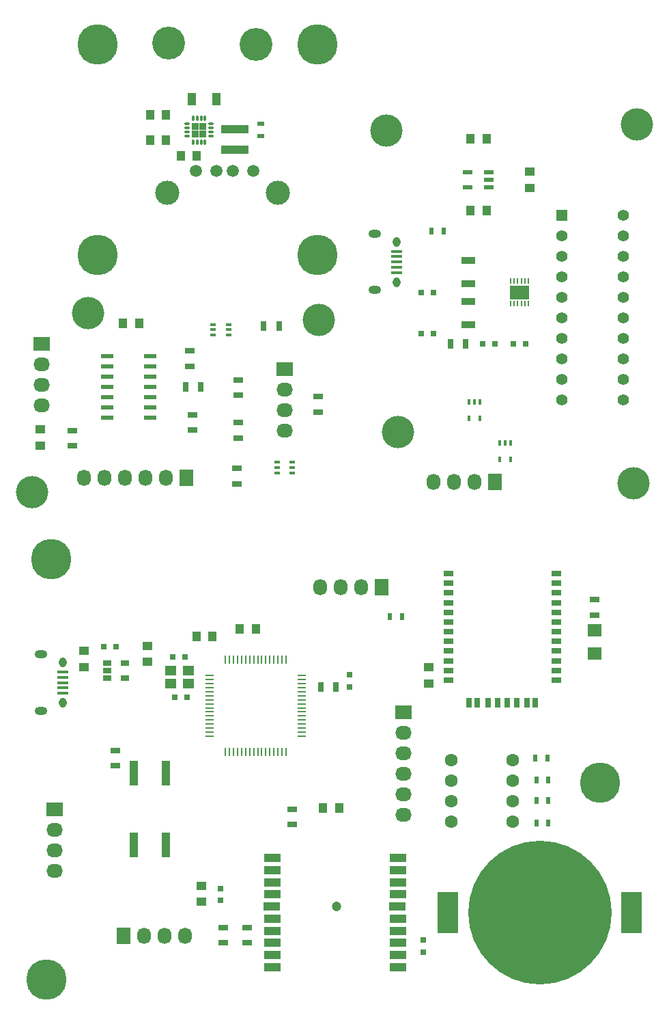
<source format=gbr>
G04 #@! TF.FileFunction,Soldermask,Top*
%FSLAX46Y46*%
G04 Gerber Fmt 4.6, Leading zero omitted, Abs format (unit mm)*
G04 Created by KiCad (PCBNEW (2015-07-31 BZR 6030)-product) date Fri Sep 11 13:46:34 2015*
%MOMM*%
G01*
G04 APERTURE LIST*
%ADD10C,0.100000*%
%ADD11C,4.000000*%
%ADD12R,1.250000X1.000000*%
%ADD13R,1.000000X1.250000*%
%ADD14R,1.500000X0.600000*%
%ADD15R,1.727200X2.032000*%
%ADD16O,1.727200X2.032000*%
%ADD17R,2.032000X1.727200*%
%ADD18O,2.032000X1.727200*%
%ADD19R,0.800000X0.400000*%
%ADD20R,1.300000X0.700000*%
%ADD21R,0.700000X1.300000*%
%ADD22C,5.000000*%
%ADD23R,2.500000X5.100000*%
%ADD24C,17.800000*%
%ADD25R,0.800000X0.750000*%
%ADD26R,0.750000X0.800000*%
%ADD27R,1.350000X0.400000*%
%ADD28O,0.950000X1.250000*%
%ADD29O,1.550000X1.000000*%
%ADD30R,1.800860X1.597660*%
%ADD31R,0.500000X0.900000*%
%ADD32C,1.600000*%
%ADD33R,1.000000X3.100000*%
%ADD34R,1.060000X0.650000*%
%ADD35R,1.000000X0.250000*%
%ADD36R,0.250000X1.000000*%
%ADD37R,0.800000X1.300000*%
%ADD38R,1.300000X0.800000*%
%ADD39R,2.000000X1.000000*%
%ADD40C,1.200000*%
%ADD41R,1.400000X1.200000*%
%ADD42R,1.700000X0.900000*%
%ADD43R,0.250000X0.700000*%
%ADD44R,1.190000X0.830000*%
%ADD45R,1.397000X1.397000*%
%ADD46C,1.397000*%
%ADD47R,1.220000X0.620000*%
%ADD48R,0.406400X0.660400*%
%ADD49R,1.000000X1.600000*%
%ADD50C,1.501140*%
%ADD51C,2.999740*%
%ADD52R,3.400000X0.980000*%
%ADD53R,0.900000X0.500000*%
%ADD54O,0.750000X0.300000*%
%ADD55O,0.300000X0.750000*%
%ADD56R,0.900000X0.900000*%
%ADD57C,4.064000*%
G04 APERTURE END LIST*
D10*
D11*
X143002000Y-106222800D03*
X178562000Y-84886800D03*
D12*
X144018000Y-100466400D03*
X144018000Y-98466400D03*
D13*
X154295600Y-85344000D03*
X156295600Y-85344000D03*
D14*
X152290800Y-89357200D03*
X152290800Y-90627200D03*
X152290800Y-91897200D03*
X152290800Y-93167200D03*
X152290800Y-94437200D03*
X152290800Y-95707200D03*
X152290800Y-96977200D03*
X157690800Y-96977200D03*
X157690800Y-95707200D03*
X157690800Y-94437200D03*
X157690800Y-93167200D03*
X157690800Y-91897200D03*
X157690800Y-90627200D03*
X157690800Y-89357200D03*
D15*
X162153600Y-104444800D03*
D16*
X159613600Y-104444800D03*
X157073600Y-104444800D03*
X154533600Y-104444800D03*
X151993600Y-104444800D03*
X149453600Y-104444800D03*
D17*
X144221200Y-87884000D03*
D18*
X144221200Y-90424000D03*
X144221200Y-92964000D03*
X144221200Y-95504000D03*
D17*
X174345600Y-90982800D03*
D18*
X174345600Y-93522800D03*
X174345600Y-96062800D03*
X174345600Y-98602800D03*
D19*
X165470800Y-85456000D03*
X165470800Y-86106000D03*
X165470800Y-86756000D03*
X167370800Y-86756000D03*
X167370800Y-86106000D03*
X167370800Y-85456000D03*
X173395600Y-102524800D03*
X173395600Y-103174800D03*
X173395600Y-103824800D03*
X175295600Y-103824800D03*
X175295600Y-103174800D03*
X175295600Y-102524800D03*
D20*
X162560000Y-88712000D03*
X162560000Y-90612000D03*
D21*
X163916400Y-93167200D03*
X162016400Y-93167200D03*
X173619200Y-85648800D03*
X171719200Y-85648800D03*
D20*
X168605200Y-94218800D03*
X168605200Y-92318800D03*
X162864800Y-98536800D03*
X162864800Y-96636800D03*
X168402000Y-105191600D03*
X168402000Y-103291600D03*
X178511200Y-94401600D03*
X178511200Y-96301600D03*
X168554400Y-97602000D03*
X168554400Y-99502000D03*
X147980400Y-100467200D03*
X147980400Y-98567200D03*
D11*
X149910800Y-84074000D03*
X143002000Y-106222800D03*
X178562000Y-84886800D03*
D12*
X144018000Y-100466400D03*
X144018000Y-98466400D03*
D13*
X154295600Y-85344000D03*
X156295600Y-85344000D03*
D14*
X152290800Y-89357200D03*
X152290800Y-90627200D03*
X152290800Y-91897200D03*
X152290800Y-93167200D03*
X152290800Y-94437200D03*
X152290800Y-95707200D03*
X152290800Y-96977200D03*
X157690800Y-96977200D03*
X157690800Y-95707200D03*
X157690800Y-94437200D03*
X157690800Y-93167200D03*
X157690800Y-91897200D03*
X157690800Y-90627200D03*
X157690800Y-89357200D03*
D15*
X162153600Y-104444800D03*
D16*
X159613600Y-104444800D03*
X157073600Y-104444800D03*
X154533600Y-104444800D03*
X151993600Y-104444800D03*
X149453600Y-104444800D03*
D17*
X144221200Y-87884000D03*
D18*
X144221200Y-90424000D03*
X144221200Y-92964000D03*
X144221200Y-95504000D03*
D17*
X174345600Y-90982800D03*
D18*
X174345600Y-93522800D03*
X174345600Y-96062800D03*
X174345600Y-98602800D03*
D19*
X165470800Y-85456000D03*
X165470800Y-86106000D03*
X165470800Y-86756000D03*
X167370800Y-86756000D03*
X167370800Y-86106000D03*
X167370800Y-85456000D03*
X173395600Y-102524800D03*
X173395600Y-103174800D03*
X173395600Y-103824800D03*
X175295600Y-103824800D03*
X175295600Y-103174800D03*
X175295600Y-102524800D03*
D20*
X162560000Y-88712000D03*
X162560000Y-90612000D03*
D21*
X163916400Y-93167200D03*
X162016400Y-93167200D03*
X173619200Y-85648800D03*
X171719200Y-85648800D03*
D20*
X168605200Y-94218800D03*
X168605200Y-92318800D03*
X162864800Y-98536800D03*
X162864800Y-96636800D03*
X168402000Y-105191600D03*
X168402000Y-103291600D03*
X178511200Y-94401600D03*
X178511200Y-96301600D03*
X168554400Y-97602000D03*
X168554400Y-99502000D03*
X147980400Y-100467200D03*
X147980400Y-98567200D03*
D11*
X149910800Y-84074000D03*
D22*
X213461600Y-142189200D03*
X144780000Y-166573200D03*
D23*
X217334000Y-158292800D03*
D24*
X205994000Y-158292800D03*
D23*
X194544000Y-158292800D03*
D12*
X149402800Y-127898400D03*
X149402800Y-125898400D03*
D25*
X153404000Y-125323600D03*
X151904000Y-125323600D03*
D13*
X165388800Y-124104400D03*
X163388800Y-124104400D03*
X170773600Y-123190000D03*
X168773600Y-123190000D03*
D25*
X161938400Y-126644400D03*
X160438400Y-126644400D03*
D26*
X182372000Y-130340800D03*
X182372000Y-128840800D03*
D25*
X160692400Y-131622800D03*
X162192400Y-131622800D03*
D12*
X163982400Y-154956000D03*
X163982400Y-156956000D03*
X192176400Y-127930400D03*
X192176400Y-129930400D03*
D26*
X191516000Y-161708400D03*
X191516000Y-163208400D03*
X166370000Y-155307600D03*
X166370000Y-156807600D03*
D27*
X146812000Y-128524000D03*
X146812000Y-129174000D03*
X146812000Y-129824000D03*
X146812000Y-130474000D03*
X146812000Y-131124000D03*
D28*
X146812000Y-127324000D03*
X146812000Y-132324000D03*
D29*
X144112000Y-126324000D03*
X144112000Y-133324000D03*
D13*
X179086000Y-145338800D03*
X181086000Y-145338800D03*
D30*
X212801200Y-126184660D03*
X212801200Y-123344940D03*
D12*
X157276800Y-125238000D03*
X157276800Y-127238000D03*
D17*
X189026800Y-133502400D03*
D18*
X189026800Y-136042400D03*
X189026800Y-138582400D03*
X189026800Y-141122400D03*
X189026800Y-143662400D03*
X189026800Y-146202400D03*
D15*
X186334400Y-117957600D03*
D16*
X183794400Y-117957600D03*
X181254400Y-117957600D03*
X178714400Y-117957600D03*
D15*
X154381200Y-161188400D03*
D16*
X156921200Y-161188400D03*
X159461200Y-161188400D03*
X162001200Y-161188400D03*
D17*
X145796000Y-145542000D03*
D18*
X145796000Y-148082000D03*
X145796000Y-150622000D03*
X145796000Y-153162000D03*
D21*
X178780400Y-130352800D03*
X180680400Y-130352800D03*
D31*
X188862400Y-121615200D03*
X187362400Y-121615200D03*
D20*
X175260000Y-145506400D03*
X175260000Y-147406400D03*
X169672000Y-162036800D03*
X169672000Y-160136800D03*
X166725600Y-162036800D03*
X166725600Y-160136800D03*
D31*
X207048800Y-147167600D03*
X205548800Y-147167600D03*
X207048800Y-144373600D03*
X205548800Y-144373600D03*
X207048800Y-141833600D03*
X205548800Y-141833600D03*
X206896400Y-139192000D03*
X205396400Y-139192000D03*
D20*
X212801200Y-121447600D03*
X212801200Y-119547600D03*
X153314400Y-138191200D03*
X153314400Y-140091200D03*
D32*
X202631200Y-139446000D03*
X195031200Y-139446000D03*
X202631200Y-141986000D03*
X195031200Y-141986000D03*
X202631200Y-144526000D03*
X195031200Y-144526000D03*
X202631200Y-147066000D03*
X195031200Y-147066000D03*
D33*
X159581600Y-140990400D03*
X155581600Y-140990400D03*
X159581600Y-149890400D03*
X155581600Y-149890400D03*
D34*
X152316000Y-127370800D03*
X152316000Y-128320800D03*
X152316000Y-129270800D03*
X154516000Y-129270800D03*
X154516000Y-127370800D03*
D35*
X176438800Y-136439600D03*
X176438800Y-135939600D03*
X176438800Y-135439600D03*
X176438800Y-134939600D03*
X176438800Y-134439600D03*
X176438800Y-133939600D03*
X176438800Y-133439600D03*
X176438800Y-132939600D03*
X176438800Y-132439600D03*
X176438800Y-131939600D03*
X176438800Y-131439600D03*
X176438800Y-130939600D03*
X176438800Y-130439600D03*
X176438800Y-129939600D03*
X176438800Y-129439600D03*
X176438800Y-128939600D03*
D36*
X174488800Y-126989600D03*
X173988800Y-126989600D03*
X173488800Y-126989600D03*
X172988800Y-126989600D03*
X172488800Y-126989600D03*
X171988800Y-126989600D03*
X171488800Y-126989600D03*
X170988800Y-126989600D03*
X170488800Y-126989600D03*
X169988800Y-126989600D03*
X169488800Y-126989600D03*
X168988800Y-126989600D03*
X168488800Y-126989600D03*
X167988800Y-126989600D03*
X167488800Y-126989600D03*
X166988800Y-126989600D03*
D35*
X165038800Y-128939600D03*
X165038800Y-129439600D03*
X165038800Y-129939600D03*
X165038800Y-130439600D03*
X165038800Y-130939600D03*
X165038800Y-131439600D03*
X165038800Y-131939600D03*
X165038800Y-132439600D03*
X165038800Y-132939600D03*
X165038800Y-133439600D03*
X165038800Y-133939600D03*
X165038800Y-134439600D03*
X165038800Y-134939600D03*
X165038800Y-135439600D03*
X165038800Y-135939600D03*
X165038800Y-136439600D03*
D36*
X166988800Y-138389600D03*
X167488800Y-138389600D03*
X167988800Y-138389600D03*
X168488800Y-138389600D03*
X168988800Y-138389600D03*
X169488800Y-138389600D03*
X169988800Y-138389600D03*
X170488800Y-138389600D03*
X170988800Y-138389600D03*
X171488800Y-138389600D03*
X171988800Y-138389600D03*
X172488800Y-138389600D03*
X172988800Y-138389600D03*
X173488800Y-138389600D03*
X173988800Y-138389600D03*
X174488800Y-138389600D03*
D37*
X205424960Y-132298440D03*
X204424960Y-132298440D03*
X203124960Y-132298440D03*
X201924960Y-132298440D03*
X200724960Y-132298440D03*
X199524960Y-132298440D03*
X198224960Y-132298440D03*
D38*
X208024960Y-129498440D03*
X208024960Y-128298440D03*
X208024960Y-127098440D03*
X208024960Y-125898440D03*
X208024960Y-124698440D03*
X208024960Y-123498440D03*
X208024960Y-122298440D03*
X208024960Y-121098440D03*
X208024960Y-118698440D03*
X208024960Y-119898440D03*
X208024960Y-117498440D03*
X208024960Y-116298440D03*
X194624960Y-116298440D03*
X194624960Y-117498440D03*
X194624960Y-119898440D03*
X194624960Y-118698440D03*
X194624960Y-121098440D03*
X194624960Y-122298440D03*
X194624960Y-123498440D03*
X194624960Y-124698440D03*
X194624960Y-125898440D03*
X194624960Y-127098440D03*
X194624960Y-128298440D03*
X194624960Y-129498440D03*
D37*
X197224960Y-132298440D03*
D39*
X188394000Y-154542800D03*
X188394000Y-162042800D03*
X188394000Y-159042800D03*
X188394000Y-160542800D03*
X188294000Y-157542800D03*
X188394000Y-165042800D03*
X188394000Y-156042800D03*
X188394000Y-153042800D03*
X188394000Y-163542800D03*
X188394000Y-151542800D03*
X172794000Y-151542800D03*
X172794000Y-163542800D03*
X172794000Y-153042800D03*
X172794000Y-156042800D03*
X172794000Y-165042800D03*
X172694000Y-157542800D03*
X172794000Y-160542800D03*
X172794000Y-159042800D03*
X172794000Y-162042800D03*
X172794000Y-154542800D03*
D40*
X180794000Y-157492800D03*
D41*
X160190000Y-129933600D03*
X162390000Y-129933600D03*
X160190000Y-128333600D03*
X162390000Y-128333600D03*
D22*
X145389600Y-114554000D03*
D11*
X188366400Y-98755200D03*
X217576400Y-105105200D03*
X218033600Y-60706000D03*
D12*
X204724000Y-66513200D03*
X204724000Y-68513200D03*
D25*
X192774000Y-81483200D03*
X191274000Y-81483200D03*
X192774000Y-86563200D03*
X191274000Y-86563200D03*
X198894000Y-87833200D03*
X200394000Y-87833200D03*
D13*
X197374000Y-71323200D03*
X199374000Y-71323200D03*
D25*
X202704000Y-87833200D03*
X204204000Y-87833200D03*
D13*
X197374000Y-62433200D03*
X199374000Y-62433200D03*
D27*
X188214000Y-76403200D03*
X188214000Y-77053200D03*
X188214000Y-77703200D03*
X188214000Y-78353200D03*
X188214000Y-79003200D03*
D28*
X188214000Y-75203200D03*
X188214000Y-80203200D03*
D29*
X185514000Y-74203200D03*
X185514000Y-81203200D03*
D31*
X194044000Y-73863200D03*
X192544000Y-73863200D03*
D15*
X200431400Y-104978200D03*
D16*
X197891400Y-104978200D03*
X195351400Y-104978200D03*
X192811400Y-104978200D03*
D42*
X197104000Y-85473200D03*
X197104000Y-82573200D03*
X197104000Y-80393200D03*
X197104000Y-77493200D03*
D21*
X194884000Y-87833200D03*
X196784000Y-87833200D03*
D43*
X202329000Y-82883200D03*
X202779000Y-82883200D03*
X203229000Y-82883200D03*
X203679000Y-82883200D03*
X204129000Y-82883200D03*
X204579000Y-82883200D03*
X204579000Y-80083200D03*
X204129000Y-80083200D03*
X203679000Y-80083200D03*
X203229000Y-80083200D03*
X202779000Y-80083200D03*
X202329000Y-80083200D03*
D44*
X204049000Y-81068200D03*
X202859000Y-81068200D03*
X204049000Y-81898200D03*
X202859000Y-81898200D03*
D45*
X208737200Y-71932800D03*
D46*
X208737200Y-74472800D03*
X208737200Y-77012800D03*
X208737200Y-79552800D03*
X208737200Y-82092800D03*
X208737200Y-84632800D03*
X208737200Y-87172800D03*
X208737200Y-89712800D03*
X208737200Y-92252800D03*
X208737200Y-94792800D03*
X216357200Y-94792800D03*
X216357200Y-92252800D03*
X216357200Y-89712800D03*
X216357200Y-87172800D03*
X216357200Y-84632800D03*
X216357200Y-82092800D03*
X216357200Y-79552800D03*
X216357200Y-77012800D03*
X216357200Y-74472800D03*
X216357200Y-71932800D03*
D47*
X197064000Y-66563200D03*
X197064000Y-68463200D03*
X199684000Y-66563200D03*
X199684000Y-68463200D03*
X199684000Y-67513200D03*
D48*
X202361800Y-100152200D03*
X201041000Y-100152200D03*
X201701400Y-100152200D03*
X201041000Y-102184200D03*
X202361800Y-102184200D03*
X198551800Y-95072200D03*
X197231000Y-95072200D03*
X197891400Y-95072200D03*
X197231000Y-97104200D03*
X198551800Y-97104200D03*
D11*
X186944000Y-61417200D03*
D22*
X151131800Y-50786600D03*
X151131800Y-76821600D03*
X178436800Y-76821600D03*
D13*
X159636800Y-59471600D03*
X157636800Y-59471600D03*
X159636800Y-62646600D03*
X157636800Y-62646600D03*
D49*
X162851800Y-57566600D03*
X165851800Y-57566600D03*
D13*
X163446800Y-64551600D03*
X161446800Y-64551600D03*
D50*
X170447800Y-66456600D03*
X167907800Y-66456600D03*
X165875800Y-66456600D03*
X163335800Y-66456600D03*
D51*
X173495800Y-69123600D03*
X159779800Y-69123600D03*
D52*
X168161800Y-61291600D03*
X168161800Y-63831600D03*
D53*
X171336800Y-62126600D03*
X171336800Y-60626600D03*
D54*
X165191800Y-62126600D03*
X165191800Y-61626600D03*
X165191800Y-61126600D03*
X165191800Y-60626600D03*
D55*
X164466800Y-59901600D03*
X163966800Y-59901600D03*
X163466800Y-59901600D03*
X162966800Y-59901600D03*
D54*
X162241800Y-60626600D03*
X162241800Y-61126600D03*
X162241800Y-61626600D03*
X162241800Y-62126600D03*
D55*
X162966800Y-62851600D03*
X163466800Y-62851600D03*
X163966800Y-62851600D03*
X164466800Y-62851600D03*
D56*
X163266800Y-60926600D03*
X163266800Y-61826600D03*
X164166800Y-60926600D03*
X164166800Y-61826600D03*
D57*
X170816800Y-50786600D03*
X159906800Y-50581600D03*
D22*
X178436800Y-50786600D03*
M02*

</source>
